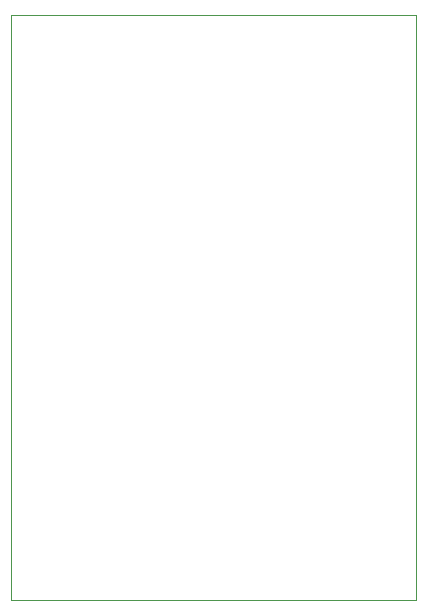
<source format=gbr>
G04 #@! TF.FileFunction,Profile,NP*
%FSLAX46Y46*%
G04 Gerber Fmt 4.6, Leading zero omitted, Abs format (unit mm)*
G04 Created by KiCad (PCBNEW 4.0.4+e1-6308~48~ubuntu16.04.1-stable) date Thu Nov 24 17:46:36 2016*
%MOMM*%
%LPD*%
G01*
G04 APERTURE LIST*
%ADD10C,0.100000*%
G04 APERTURE END LIST*
D10*
X117475000Y-101600000D02*
X117475000Y-151130000D01*
X151785000Y-101600000D02*
X117475000Y-101600000D01*
X151785000Y-151130000D02*
X151785000Y-101600000D01*
X117475000Y-151130000D02*
X151785000Y-151130000D01*
M02*

</source>
